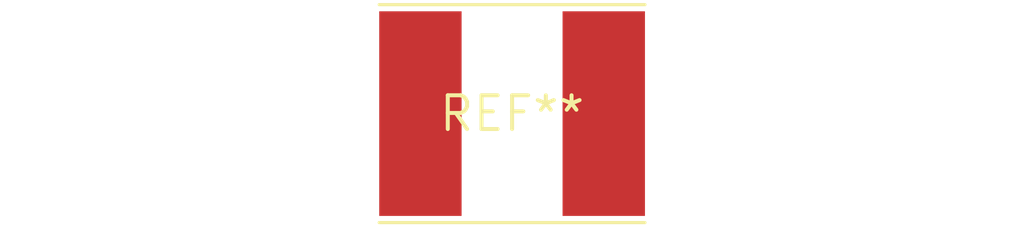
<source format=kicad_pcb>
(kicad_pcb (version 20240108) (generator pcbnew)
  (layers (0 "F.Cu" signal) (31 "B.Cu" signal) (34 "B.Paste" user) (35 "F.Paste" user) (36 "B.SilkS" user "B.Silkscreen") (37 "F.SilkS" user "F.Silkscreen") (38 "B.Mask" user) (39 "F.Mask" user) (44 "Edge.Cuts" user))
  (net 0 "")
  (footprint "L_Taiyo-Yuden_NR-80xx_HandSoldering" (layer "F.Cu") (at 0 0)
    (property "Reference" "REF**")
    (property "Value" "L_Taiyo-Yuden_NR-80xx_HandSoldering")
    (fp_line (start -5 -4.1) (end 5 -4.1) (layer "F.SilkS") (stroke (width 0.12)))
    (fp_line (start -5 4.1) (end 5 4.1) (layer "F.SilkS") (stroke (width 0.12)))
    (pad "1" smd rect (at -3.45 0) (size 3.1 7.7) (layers "F.Cu" "F.Paste" "F.Mask"))
    (pad "2" smd rect (at 3.45 0) (size 3.1 7.7) (layers "F.Cu" "F.Paste" "F.Mask"))
  )
)
</source>
